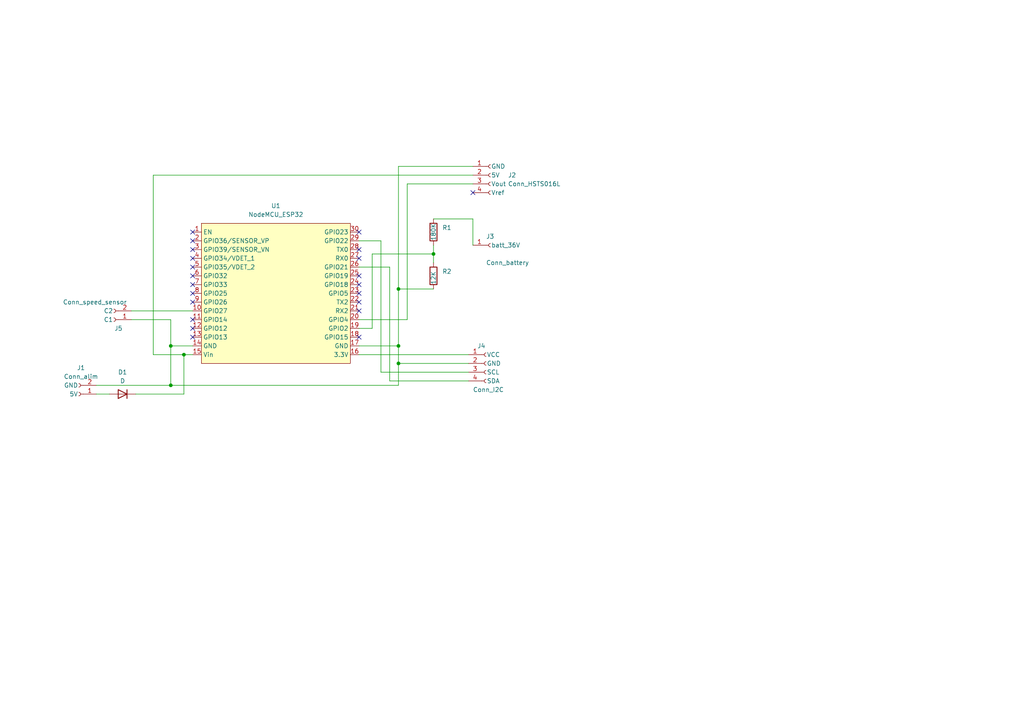
<source format=kicad_sch>
(kicad_sch (version 20211123) (generator eeschema)
  (paper "A4")
  (lib_symbols
    (symbol "Device:D" (pin_numbers hide) (pin_names (offset 1.016) hide)
      (property "Reference" "D" (at 0 2.54 0))
      (property "Value" "D" (at 0 -2.54 0))
      (symbol "D_0_1"
        (polyline (pts (xy -1.27 1.27) (xy -1.27 -1.27)) (stroke (width 0.254)))
        (polyline (pts (xy 1.27 0) (xy -1.27 0)))
        (polyline (pts (xy 1.27 1.27) (xy 1.27 -1.27) (xy -1.27 0) (xy 1.27 1.27)) (stroke (width 0.254)))
      )
      (symbol "D_1_1"
        (pin passive line (at -3.81 0 0) (length 2.54) (name "K") (number "1"))
        (pin passive line (at 3.81 0 180) (length 2.54) (name "A") (number "2"))
      )
    )
    (symbol "Device:R" (pin_numbers hide) (pin_names (offset 0))
      (property "Reference" "R" (at 2.032 0 90))
      (property "Value" "R" (at 0 0 90))
      (symbol "R_0_1"
        (rectangle (start -1.016 -2.54) (end 1.016 2.54) (stroke (width 0.254)))
      )
      (symbol "R_1_1"
        (pin passive line (at 0 3.81 270) (length 1.27) (name "~") (number "1"))
        (pin passive line (at 0 -3.81 90) (length 1.27) (name "~") (number "2"))
      )
    )
    (symbol "vehicle-monitor:Conn_HSTS016L" (pin_names (offset 1.5))
      (property "Reference" "J" (at 0 5.08 0))
      (property "Value" "Conn_HSTS016L" (at 0 -7.62 0))
      (symbol "Conn_HSTS016L_1_1"
        (arc (start 0 -4.572) (mid -0.508 -5.08) (end 0 -5.588) (stroke (width 0.1524)))
        (arc (start 0 -2.032) (mid -0.508 -2.54) (end 0 -3.048) (stroke (width 0.1524)))
        (polyline (pts (xy -1.27 -5.08) (xy -0.508 -5.08)) (stroke (width 0.1524)))
        (polyline (pts (xy -1.27 -2.54) (xy -0.508 -2.54)) (stroke (width 0.1524)))
        (polyline (pts (xy -1.27 0) (xy -0.508 0)) (stroke (width 0.1524)))
        (polyline (pts (xy -1.27 2.54) (xy -0.508 2.54)) (stroke (width 0.1524)))
        (arc (start 0 0.508) (mid -0.508 0) (end 0 -0.508) (stroke (width 0.1524)))
        (arc (start 0 3.048) (mid -0.508 2.54) (end 0 2.032) (stroke (width 0.1524)))
        (pin power_in line (at -5.08 2.54 0) (length 3.81) (name "GND") (number "1"))
        (pin power_in line (at -5.08 0 0) (length 3.81) (name "5V") (number "2"))
        (pin output line (at -5.08 -2.54 0) (length 3.81) (name "Vout") (number "3"))
        (pin output line (at -5.08 -5.08 0) (length 3.81) (name "Vref") (number "4"))
      )
    )
    (symbol "vehicle-monitor:Conn_I2C" (pin_names (offset 1.5))
      (property "Reference" "J" (at 0 5.08 0))
      (property "Value" "Conn_I2C" (at 0 -7.62 0))
      (symbol "Conn_I2C_1_1"
        (arc (start 0 -4.572) (mid -0.508 -5.08) (end 0 -5.588) (stroke (width 0.1524)))
        (arc (start 0 -2.032) (mid -0.508 -2.54) (end 0 -3.048) (stroke (width 0.1524)))
        (polyline (pts (xy -1.27 -5.08) (xy -0.508 -5.08)) (stroke (width 0.1524)))
        (polyline (pts (xy -1.27 -2.54) (xy -0.508 -2.54)) (stroke (width 0.1524)))
        (polyline (pts (xy -1.27 0) (xy -0.508 0)) (stroke (width 0.1524)))
        (polyline (pts (xy -1.27 2.54) (xy -0.508 2.54)) (stroke (width 0.1524)))
        (arc (start 0 0.508) (mid -0.508 0) (end 0 -0.508) (stroke (width 0.1524)))
        (arc (start 0 3.048) (mid -0.508 2.54) (end 0 2.032) (stroke (width 0.1524)))
        (pin power_in line (at -5.08 2.54 0) (length 3.81) (name "VCC") (number "1"))
        (pin power_in line (at -5.08 0 0) (length 3.81) (name "GND") (number "2"))
        (pin input line (at -5.08 -2.54 0) (length 3.81) (name "SCL") (number "3"))
        (pin bidirectional line (at -5.08 -5.08 0) (length 3.81) (name "SDA") (number "4"))
      )
    )
    (symbol "vehicle-monitor:Conn_alim" (pin_names (offset 1.5))
      (property "Reference" "J" (at 0 2.54 0))
      (property "Value" "Conn_alim" (at 0 -5.08 0))
      (symbol "Conn_alim_1_1"
        (arc (start 0 -2.032) (mid -0.508 -2.54) (end 0 -3.048) (stroke (width 0.1524)))
        (polyline (pts (xy -1.27 -2.54) (xy -0.508 -2.54)) (stroke (width 0.1524)))
        (polyline (pts (xy -1.27 0) (xy -0.508 0)) (stroke (width 0.1524)))
        (arc (start 0 0.508) (mid -0.508 0) (end 0 -0.508) (stroke (width 0.1524)))
        (pin power_out line (at -5.08 0 0) (length 3.81) (name "5V") (number "1"))
        (pin power_out line (at -5.08 -2.54 0) (length 3.81) (name "GND") (number "2"))
      )
    )
    (symbol "vehicle-monitor:Conn_battery" (pin_names (offset 1.5))
      (property "Reference" "J" (at 0 2.54 0))
      (property "Value" "Conn_battery" (at 0 -5.08 0))
      (symbol "Conn_battery_1_1"
        (polyline (pts (xy -1.27 0) (xy -0.508 0)) (stroke (width 0.1524)))
        (arc (start 0 0.508) (mid -0.508 0) (end 0 -0.508) (stroke (width 0.1524)))
        (pin power_out line (at -5.08 0 0) (length 3.81) (name "batt_36V") (number "1"))
      )
    )
    (symbol "vehicle-monitor:Conn_speed_sensor" (pin_names (offset 1.5))
      (property "Reference" "J" (at 0 2.54 0))
      (property "Value" "Conn_speed_sensor" (at 0 -5.08 0))
      (symbol "Conn_speed_sensor_1_1"
        (arc (start 0 -2.032) (mid -0.508 -2.54) (end 0 -3.048) (stroke (width 0.1524)))
        (polyline (pts (xy -1.27 -2.54) (xy -0.508 -2.54)) (stroke (width 0.1524)))
        (polyline (pts (xy -1.27 0) (xy -0.508 0)) (stroke (width 0.1524)))
        (arc (start 0 0.508) (mid -0.508 0) (end 0 -0.508) (stroke (width 0.1524)))
        (pin passive line (at -5.08 0 0) (length 3.81) (name "C1") (number "1"))
        (pin passive line (at -5.08 -2.54 0) (length 3.81) (name "C2") (number "2"))
      )
    )
    (symbol "vehicle-monitor:NodeMCU_ESP32"
      (property "Reference" "U" (at -21.59 21.59 0))
      (property "Value" "NodeMCU_ESP32" (at 13.97 21.59 0))
      (symbol "NodeMCU_ESP32_0_1"
        (rectangle (start -21.59 20.32) (end 21.59 -20.32) (fill (type background)))
      )
      (symbol "NodeMCU_ESP32_1_1"
        (pin input line (at -24.13 17.78 0) (length 2.54) (name "EN") (number "1"))
        (pin bidirectional line (at -24.13 -5.08 0) (length 2.54) (name "GPIO27") (number "10"))
        (pin bidirectional line (at -24.13 -7.62 0) (length 2.54) (name "GPIO14") (number "11"))
        (pin bidirectional line (at -24.13 -10.16 0) (length 2.54) (name "GPIO12") (number "12"))
        (pin bidirectional line (at -24.13 -12.7 0) (length 2.54) (name "GPIO13") (number "13"))
        (pin power_in line (at -24.13 -15.24 0) (length 2.54) (name "GND") (number "14"))
        (pin power_in line (at -24.13 -17.78 0) (length 2.54) (name "Vin") (number "15"))
        (pin power_out line (at 24.13 -17.78 180) (length 2.54) (name "3.3V") (number "16"))
        (pin power_in line (at 24.13 -15.24 180) (length 2.54) (name "GND") (number "17"))
        (pin bidirectional line (at 24.13 -12.7 180) (length 2.54) (name "GPIO15") (number "18"))
        (pin bidirectional line (at 24.13 -10.16 180) (length 2.54) (name "GPIO2") (number "19"))
        (pin input line (at -24.13 15.24 0) (length 2.54) (name "GPIO36/SENSOR_VP") (number "2"))
        (pin bidirectional line (at 24.13 -7.62 180) (length 2.54) (name "GPIO4") (number "20"))
        (pin bidirectional line (at 24.13 -5.08 180) (length 2.54) (name "RX2") (number "21"))
        (pin bidirectional line (at 24.13 -2.54 180) (length 2.54) (name "TX2") (number "22"))
        (pin bidirectional line (at 24.13 0 180) (length 2.54) (name "GPIO5") (number "23"))
        (pin bidirectional line (at 24.13 2.54 180) (length 2.54) (name "GPIO18") (number "24"))
        (pin bidirectional line (at 24.13 5.08 180) (length 2.54) (name "GPIO19") (number "25"))
        (pin bidirectional line (at 24.13 7.62 180) (length 2.54) (name "GPIO21") (number "26"))
        (pin bidirectional line (at 24.13 10.16 180) (length 2.54) (name "RX0") (number "27"))
        (pin bidirectional line (at 24.13 12.7 180) (length 2.54) (name "TX0") (number "28"))
        (pin bidirectional line (at 24.13 15.24 180) (length 2.54) (name "GPIO22") (number "29"))
        (pin input line (at -24.13 12.7 0) (length 2.54) (name "GPIO39/SENSOR_VN") (number "3"))
        (pin bidirectional line (at 24.13 17.78 180) (length 2.54) (name "GPIO23") (number "30"))
        (pin input line (at -24.13 10.16 0) (length 2.54) (name "GPIO34/VDET_1") (number "4"))
        (pin input line (at -24.13 7.62 0) (length 2.54) (name "GPIO35/VDET_2") (number "5"))
        (pin bidirectional line (at -24.13 5.08 0) (length 2.54) (name "GPIO32") (number "6"))
        (pin bidirectional line (at -24.13 2.54 0) (length 2.54) (name "GPIO33") (number "7"))
        (pin bidirectional line (at -24.13 0 0) (length 2.54) (name "GPIO25") (number "8"))
        (pin bidirectional line (at -24.13 -2.54 0) (length 2.54) (name "GPIO26") (number "9"))
      )
    )
  )
  (junction (at 53.34 102.87))
  (junction (at 115.57 105.41))
  (junction (at 49.53 100.33))
  (junction (at 125.73 73.66))
  (junction (at 115.57 83.82))
  (junction (at 49.53 111.76))
  (junction (at 115.57 100.33))
  (no_connect (at 104.14 97.79))
  (no_connect (at 104.14 90.17))
  (no_connect (at 104.14 87.63))
  (no_connect (at 55.88 69.85))
  (no_connect (at 55.88 72.39))
  (no_connect (at 104.14 85.09))
  (no_connect (at 104.14 67.31))
  (no_connect (at 137.16 55.88))
  (no_connect (at 55.88 82.55))
  (no_connect (at 55.88 85.09))
  (no_connect (at 55.88 87.63))
  (no_connect (at 55.88 92.71))
  (no_connect (at 55.88 95.25))
  (no_connect (at 55.88 97.79))
  (no_connect (at 55.88 67.31))
  (no_connect (at 55.88 74.93))
  (no_connect (at 55.88 77.47))
  (no_connect (at 55.88 80.01))
  (no_connect (at 104.14 82.55))
  (no_connect (at 104.14 80.01))
  (no_connect (at 104.14 74.93))
  (no_connect (at 104.14 72.39))
  (wire (pts (xy 118.11 92.71) (xy 118.11 53.34)))
  (wire (pts (xy 27.94 111.76) (xy 49.53 111.76)))
  (wire (pts (xy 113.03 77.47) (xy 113.03 110.49)))
  (wire (pts (xy 115.57 105.41) (xy 115.57 100.33)))
  (wire (pts (xy 49.53 100.33) (xy 55.88 100.33)))
  (wire (pts (xy 115.57 48.26) (xy 137.16 48.26)))
  (wire (pts (xy 53.34 102.87) (xy 53.34 114.3)))
  (wire (pts (xy 104.14 92.71) (xy 118.11 92.71)))
  (wire (pts (xy 49.53 111.76) (xy 49.53 100.33)))
  (wire (pts (xy 137.16 71.12) (xy 137.16 63.5)))
  (wire (pts (xy 104.14 100.33) (xy 115.57 100.33)))
  (wire (pts (xy 110.49 107.95) (xy 110.49 69.85)))
  (wire (pts (xy 49.53 111.76) (xy 115.57 111.76)))
  (wire (pts (xy 110.49 107.95) (xy 135.89 107.95)))
  (wire (pts (xy 107.95 73.66) (xy 107.95 95.25)))
  (wire (pts (xy 115.57 83.82) (xy 125.73 83.82)))
  (wire (pts (xy 38.1 92.71) (xy 49.53 92.71)))
  (wire (pts (xy 55.88 102.87) (xy 53.34 102.87)))
  (wire (pts (xy 39.37 114.3) (xy 53.34 114.3)))
  (wire (pts (xy 137.16 63.5) (xy 125.73 63.5)))
  (wire (pts (xy 125.73 71.12) (xy 125.73 73.66)))
  (wire (pts (xy 53.34 102.87) (xy 44.45 102.87)))
  (wire (pts (xy 125.73 73.66) (xy 125.73 76.2)))
  (wire (pts (xy 49.53 92.71) (xy 49.53 100.33)))
  (wire (pts (xy 27.94 114.3) (xy 31.75 114.3)))
  (wire (pts (xy 107.95 95.25) (xy 104.14 95.25)))
  (wire (pts (xy 104.14 102.87) (xy 135.89 102.87)))
  (wire (pts (xy 38.1 90.17) (xy 55.88 90.17)))
  (wire (pts (xy 104.14 77.47) (xy 113.03 77.47)))
  (wire (pts (xy 44.45 50.8) (xy 137.16 50.8)))
  (wire (pts (xy 115.57 111.76) (xy 115.57 105.41)))
  (wire (pts (xy 118.11 53.34) (xy 137.16 53.34)))
  (wire (pts (xy 115.57 105.41) (xy 135.89 105.41)))
  (wire (pts (xy 115.57 100.33) (xy 115.57 83.82)))
  (wire (pts (xy 115.57 83.82) (xy 115.57 48.26)))
  (wire (pts (xy 110.49 69.85) (xy 104.14 69.85)))
  (wire (pts (xy 125.73 73.66) (xy 107.95 73.66)))
  (wire (pts (xy 113.03 110.49) (xy 135.89 110.49)))
  (wire (pts (xy 44.45 102.87) (xy 44.45 50.8)))
  (symbol (lib_id "vehicle-monitor:Conn_battery") (at 142.24 71.12 0) (unit 1)
    (property "Reference" "J3" (at 140.97 68.58 0) (effects (justify left)))
    (property "Value" "Conn_battery" (at 140.97 76.2 0) (effects (justify left)))
    (property "Footprint" "Connector_PinHeader_2.54mm:PinHeader_1x01_P2.54mm_Vertical" (effects hide))
  )
  (symbol (lib_id "vehicle-monitor:Conn_speed_sensor") (at 33.02 92.71 180) (unit 1)
    (property "Reference" "J5" (at 35.56 95.25 0) (effects (justify left)))
    (property "Value" "Conn_speed_sensor" (at 36.83 87.63 0) (effects (justify left)))
    (property "Footprint" "Connector_PinHeader_2.54mm:PinHeader_1x02_P2.54mm_Vertical" (effects hide))
  )
  (symbol (lib_id "Device:D") (at 35.56 114.3 180) (unit 1)
    (property "Reference" "D1" (at 35.56 107.95 0))
    (property "Value" "D" (at 35.56 110.49 0))
    (property "Footprint" "Diode_THT:D_A-405_P10.16mm_Horizontal" (effects hide))
  )
  (symbol (lib_id "vehicle-monitor:Conn_I2C") (at 140.97 105.41 0) (unit 1)
    (property "Reference" "J4" (at 138.43 100.33 0) (effects (justify left)))
    (property "Value" "Conn_I2C" (at 137.16 113.03 0) (effects (justify left)))
    (property "Footprint" "Connector_PinHeader_2.54mm:PinHeader_1x04_P2.54mm_Vertical" (effects hide))
  )
  (symbol (lib_id "Device:R") (at 125.73 80.01 0) (unit 1)
    (property "Reference" "R2" (at 128.27 78.7399 0) (effects (justify left)))
    (property "Value" "12K" (at 125.73 82.55 90) (effects (justify left)))
    (property "Footprint" "Resistor_THT:R_Axial_DIN0207_L6.3mm_D2.5mm_P10.16mm_Horizontal" (effects hide))
  )
  (symbol (lib_id "vehicle-monitor:Conn_HSTS016L") (at 142.24 50.8 0) (unit 1)
    (property "Reference" "J2" (at 147.32 50.8 0) (effects (justify left)))
    (property "Value" "Conn_HSTS016L" (at 147.32 53.34 0) (effects (justify left)))
    (property "Footprint" "Connector_PinHeader_2.54mm:PinHeader_1x04_P2.54mm_Vertical" (effects hide))
  )
  (symbol (lib_id "vehicle-monitor:NodeMCU_ESP32") (at 80.01 85.09 0) (unit 1)
    (property "Reference" "U1" (at 80.01 59.69 0))
    (property "Value" "NodeMCU_ESP32" (at 80.01 62.23 0))
    (property "Footprint" "Node_mcu:NodeMCU_SBC" (effects hide))
  )
  (symbol (lib_id "Device:R") (at 125.73 67.31 0) (unit 1)
    (property "Reference" "R1" (at 128.27 66.0399 0) (effects (justify left)))
    (property "Value" "180K" (at 125.73 69.85 90) (effects (justify left)))
    (property "Footprint" "Resistor_THT:R_Axial_DIN0207_L6.3mm_D2.5mm_P10.16mm_Horizontal" (effects hide))
  )
  (symbol (lib_id "vehicle-monitor:Conn_alim") (at 22.86 114.3 180) (unit 1)
    (property "Reference" "J1" (at 23.495 106.68 0))
    (property "Value" "Conn_alim" (at 23.495 109.22 0))
    (property "Footprint" "Connector_PinHeader_2.54mm:PinHeader_1x02_P2.54mm_Vertical" (effects hide))
  )
)
</source>
